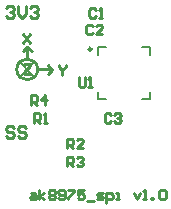
<source format=gto>
G04 Layer_Color=15132400*
%FSLAX25Y25*%
%MOIN*%
G70*
G01*
G75*
%ADD20C,0.01000*%
%ADD23C,0.00984*%
%ADD24C,0.00787*%
%ADD25C,0.00100*%
%ADD26C,0.00500*%
D20*
X135692Y465292D02*
G03*
X135692Y465292I-3500J0D01*
G01*
X130692Y471292D02*
X132192Y472792D01*
X133692Y471292D01*
X132192Y468792D02*
Y472792D01*
X139108Y466708D02*
X140608Y465208D01*
X139108Y463708D02*
X140608Y465208D01*
X135692Y465292D02*
X139692D01*
X133500Y453500D02*
Y456699D01*
X135099D01*
X135633Y456166D01*
Y455099D01*
X135099Y454566D01*
X133500D01*
X134566D02*
X135633Y453500D01*
X138298D02*
Y456699D01*
X136699Y455099D01*
X138832D01*
X145500Y433000D02*
Y436199D01*
X147099D01*
X147633Y435666D01*
Y434599D01*
X147099Y434066D01*
X145500D01*
X146566D02*
X147633Y433000D01*
X148699Y435666D02*
X149232Y436199D01*
X150299D01*
X150832Y435666D01*
Y435133D01*
X150299Y434599D01*
X149765D01*
X150299D01*
X150832Y434066D01*
Y433533D01*
X150299Y433000D01*
X149232D01*
X148699Y433533D01*
X145500Y439000D02*
Y442199D01*
X147099D01*
X147633Y441666D01*
Y440599D01*
X147099Y440066D01*
X145500D01*
X146566D02*
X147633Y439000D01*
X150832D02*
X148699D01*
X150832Y441133D01*
Y441666D01*
X150299Y442199D01*
X149232D01*
X148699Y441666D01*
X134500Y447500D02*
Y450699D01*
X136100D01*
X136633Y450166D01*
Y449099D01*
X136100Y448566D01*
X134500D01*
X135566D02*
X136633Y447500D01*
X137699D02*
X138765D01*
X138232D01*
Y450699D01*
X137699Y450166D01*
X155070Y485166D02*
X154536Y485699D01*
X153470D01*
X152937Y485166D01*
Y483033D01*
X153470Y482500D01*
X154536D01*
X155070Y483033D01*
X156136Y482500D02*
X157202D01*
X156669D01*
Y485699D01*
X156136Y485166D01*
X154070Y479666D02*
X153536Y480199D01*
X152470D01*
X151937Y479666D01*
Y477533D01*
X152470Y477000D01*
X153536D01*
X154070Y477533D01*
X157269Y477000D02*
X155136D01*
X157269Y479133D01*
Y479666D01*
X156736Y480199D01*
X155669D01*
X155136Y479666D01*
X160133Y450166D02*
X159599Y450699D01*
X158533D01*
X158000Y450166D01*
Y448033D01*
X158533Y447500D01*
X159599D01*
X160133Y448033D01*
X161199Y450166D02*
X161732Y450699D01*
X162799D01*
X163332Y450166D01*
Y449633D01*
X162799Y449099D01*
X162265D01*
X162799D01*
X163332Y448566D01*
Y448033D01*
X162799Y447500D01*
X161732D01*
X161199Y448033D01*
X149437Y462699D02*
Y460033D01*
X149970Y459500D01*
X151037D01*
X151570Y460033D01*
Y462699D01*
X152636Y459500D02*
X153702D01*
X153169D01*
Y462699D01*
X152636Y462166D01*
X127666Y445832D02*
X126999Y446499D01*
X125666D01*
X125000Y445832D01*
Y445166D01*
X125666Y444499D01*
X126999D01*
X127666Y443833D01*
Y443166D01*
X126999Y442500D01*
X125666D01*
X125000Y443166D01*
X131665Y445832D02*
X130998Y446499D01*
X129665D01*
X128999Y445832D01*
Y445166D01*
X129665Y444499D01*
X130998D01*
X131665Y443833D01*
Y443166D01*
X130998Y442500D01*
X129665D01*
X128999Y443166D01*
X125000Y485832D02*
X125666Y486499D01*
X126999D01*
X127666Y485832D01*
Y485166D01*
X126999Y484499D01*
X126333D01*
X126999D01*
X127666Y483833D01*
Y483166D01*
X126999Y482500D01*
X125666D01*
X125000Y483166D01*
X128999Y486499D02*
Y483833D01*
X130332Y482500D01*
X131665Y483833D01*
Y486499D01*
X132997Y485832D02*
X133664Y486499D01*
X134997D01*
X135663Y485832D01*
Y485166D01*
X134997Y484499D01*
X134330D01*
X134997D01*
X135663Y483833D01*
Y483166D01*
X134997Y482500D01*
X133664D01*
X132997Y483166D01*
X133533Y424133D02*
X134599D01*
X135133Y423599D01*
Y422000D01*
X133533D01*
X133000Y422533D01*
X133533Y423066D01*
X135133D01*
X136199Y422000D02*
Y425199D01*
Y423066D02*
X137799Y424133D01*
X136199Y423066D02*
X137799Y422000D01*
X139398Y424666D02*
X139931Y425199D01*
X140997D01*
X141531Y424666D01*
Y424133D01*
X140997Y423599D01*
X141531Y423066D01*
Y422533D01*
X140997Y422000D01*
X139931D01*
X139398Y422533D01*
Y423066D01*
X139931Y423599D01*
X139398Y424133D01*
Y424666D01*
X139931Y423599D02*
X140997D01*
X142597Y422533D02*
X143130Y422000D01*
X144196D01*
X144729Y422533D01*
Y424666D01*
X144196Y425199D01*
X143130D01*
X142597Y424666D01*
Y424133D01*
X143130Y423599D01*
X144729D01*
X145796Y425199D02*
X147929D01*
Y424666D01*
X145796Y422533D01*
Y422000D01*
X151128Y425199D02*
X148995D01*
Y423599D01*
X150061Y424133D01*
X150594D01*
X151128Y423599D01*
Y422533D01*
X150594Y422000D01*
X149528D01*
X148995Y422533D01*
X152194Y421467D02*
X154326D01*
X155393Y422000D02*
X156992D01*
X157525Y422533D01*
X156992Y423066D01*
X155926D01*
X155393Y423599D01*
X155926Y424133D01*
X157525D01*
X158592Y420934D02*
Y424133D01*
X160191D01*
X160724Y423599D01*
Y422533D01*
X160191Y422000D01*
X158592D01*
X161791D02*
X162857D01*
X162324D01*
Y424133D01*
X161791D01*
X167656D02*
X168722Y422000D01*
X169788Y424133D01*
X170854Y422000D02*
X171921D01*
X171388D01*
Y425199D01*
X170854Y424666D01*
X173520Y422000D02*
Y422533D01*
X174053D01*
Y422000D01*
X173520D01*
X176186Y424666D02*
X176719Y425199D01*
X177786D01*
X178319Y424666D01*
Y422533D01*
X177786Y422000D01*
X176719D01*
X176186Y422533D01*
Y424666D01*
X130900Y477199D02*
X133033Y474000D01*
Y477199D02*
X130900Y474000D01*
X133300Y463801D02*
X131167D01*
Y464334D01*
X133300Y466467D01*
Y467000D01*
X131167D01*
X142900Y466699D02*
Y466166D01*
X143966Y465099D01*
X145033Y466166D01*
Y466699D01*
X143966Y465099D02*
Y463500D01*
D23*
X153709Y472071D02*
G03*
X153709Y472071I-492J0D01*
G01*
D24*
X155776Y470102D02*
Y472661D01*
X158335D01*
X155776Y455339D02*
Y457898D01*
Y455339D02*
X158335D01*
X173098D02*
Y457898D01*
X170539Y455339D02*
X173098D01*
Y470102D02*
Y472661D01*
X170539D02*
X173098D01*
D25*
X129600Y467601D02*
Y467700D01*
D26*
X129700Y462892D02*
X134500Y467692D01*
X129800D02*
X134600Y462892D01*
M02*

</source>
